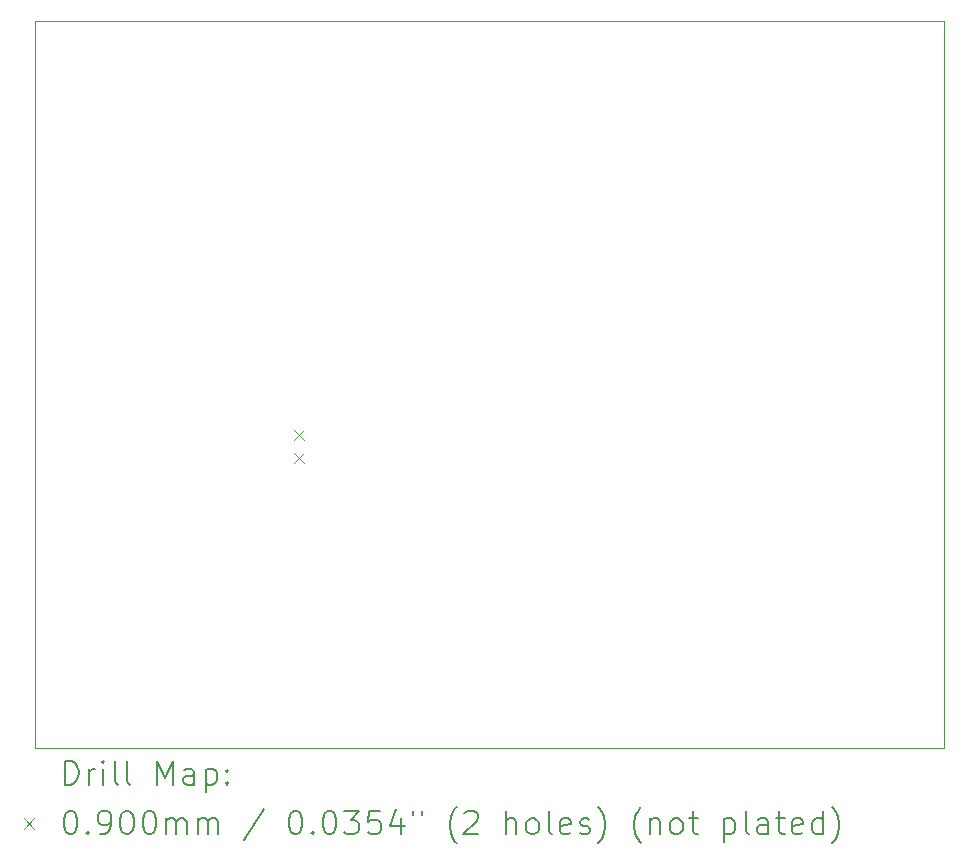
<source format=gbr>
%TF.GenerationSoftware,KiCad,Pcbnew,8.0.8*%
%TF.CreationDate,2025-01-27T11:39:41+01:00*%
%TF.ProjectId,PGE_PCB,5047455f-5043-4422-9e6b-696361645f70,rev?*%
%TF.SameCoordinates,Original*%
%TF.FileFunction,Drillmap*%
%TF.FilePolarity,Positive*%
%FSLAX45Y45*%
G04 Gerber Fmt 4.5, Leading zero omitted, Abs format (unit mm)*
G04 Created by KiCad (PCBNEW 8.0.8) date 2025-01-27 11:39:41*
%MOMM*%
%LPD*%
G01*
G04 APERTURE LIST*
%ADD10C,0.050000*%
%ADD11C,0.200000*%
%ADD12C,0.100000*%
G04 APERTURE END LIST*
D10*
X9100000Y-6300000D02*
X16800000Y-6300000D01*
X16800000Y-12450000D01*
X9100000Y-12450000D01*
X9100000Y-6300000D01*
D11*
D12*
X11295000Y-9760000D02*
X11385000Y-9850000D01*
X11385000Y-9760000D02*
X11295000Y-9850000D01*
X11295000Y-9955000D02*
X11385000Y-10045000D01*
X11385000Y-9955000D02*
X11295000Y-10045000D01*
D11*
X9358277Y-12763984D02*
X9358277Y-12563984D01*
X9358277Y-12563984D02*
X9405896Y-12563984D01*
X9405896Y-12563984D02*
X9434467Y-12573508D01*
X9434467Y-12573508D02*
X9453515Y-12592555D01*
X9453515Y-12592555D02*
X9463039Y-12611603D01*
X9463039Y-12611603D02*
X9472563Y-12649698D01*
X9472563Y-12649698D02*
X9472563Y-12678269D01*
X9472563Y-12678269D02*
X9463039Y-12716365D01*
X9463039Y-12716365D02*
X9453515Y-12735412D01*
X9453515Y-12735412D02*
X9434467Y-12754460D01*
X9434467Y-12754460D02*
X9405896Y-12763984D01*
X9405896Y-12763984D02*
X9358277Y-12763984D01*
X9558277Y-12763984D02*
X9558277Y-12630650D01*
X9558277Y-12668746D02*
X9567801Y-12649698D01*
X9567801Y-12649698D02*
X9577324Y-12640174D01*
X9577324Y-12640174D02*
X9596372Y-12630650D01*
X9596372Y-12630650D02*
X9615420Y-12630650D01*
X9682086Y-12763984D02*
X9682086Y-12630650D01*
X9682086Y-12563984D02*
X9672563Y-12573508D01*
X9672563Y-12573508D02*
X9682086Y-12583031D01*
X9682086Y-12583031D02*
X9691610Y-12573508D01*
X9691610Y-12573508D02*
X9682086Y-12563984D01*
X9682086Y-12563984D02*
X9682086Y-12583031D01*
X9805896Y-12763984D02*
X9786848Y-12754460D01*
X9786848Y-12754460D02*
X9777324Y-12735412D01*
X9777324Y-12735412D02*
X9777324Y-12563984D01*
X9910658Y-12763984D02*
X9891610Y-12754460D01*
X9891610Y-12754460D02*
X9882086Y-12735412D01*
X9882086Y-12735412D02*
X9882086Y-12563984D01*
X10139229Y-12763984D02*
X10139229Y-12563984D01*
X10139229Y-12563984D02*
X10205896Y-12706841D01*
X10205896Y-12706841D02*
X10272563Y-12563984D01*
X10272563Y-12563984D02*
X10272563Y-12763984D01*
X10453515Y-12763984D02*
X10453515Y-12659222D01*
X10453515Y-12659222D02*
X10443991Y-12640174D01*
X10443991Y-12640174D02*
X10424944Y-12630650D01*
X10424944Y-12630650D02*
X10386848Y-12630650D01*
X10386848Y-12630650D02*
X10367801Y-12640174D01*
X10453515Y-12754460D02*
X10434467Y-12763984D01*
X10434467Y-12763984D02*
X10386848Y-12763984D01*
X10386848Y-12763984D02*
X10367801Y-12754460D01*
X10367801Y-12754460D02*
X10358277Y-12735412D01*
X10358277Y-12735412D02*
X10358277Y-12716365D01*
X10358277Y-12716365D02*
X10367801Y-12697317D01*
X10367801Y-12697317D02*
X10386848Y-12687793D01*
X10386848Y-12687793D02*
X10434467Y-12687793D01*
X10434467Y-12687793D02*
X10453515Y-12678269D01*
X10548753Y-12630650D02*
X10548753Y-12830650D01*
X10548753Y-12640174D02*
X10567801Y-12630650D01*
X10567801Y-12630650D02*
X10605896Y-12630650D01*
X10605896Y-12630650D02*
X10624944Y-12640174D01*
X10624944Y-12640174D02*
X10634467Y-12649698D01*
X10634467Y-12649698D02*
X10643991Y-12668746D01*
X10643991Y-12668746D02*
X10643991Y-12725888D01*
X10643991Y-12725888D02*
X10634467Y-12744936D01*
X10634467Y-12744936D02*
X10624944Y-12754460D01*
X10624944Y-12754460D02*
X10605896Y-12763984D01*
X10605896Y-12763984D02*
X10567801Y-12763984D01*
X10567801Y-12763984D02*
X10548753Y-12754460D01*
X10729705Y-12744936D02*
X10739229Y-12754460D01*
X10739229Y-12754460D02*
X10729705Y-12763984D01*
X10729705Y-12763984D02*
X10720182Y-12754460D01*
X10720182Y-12754460D02*
X10729705Y-12744936D01*
X10729705Y-12744936D02*
X10729705Y-12763984D01*
X10729705Y-12640174D02*
X10739229Y-12649698D01*
X10739229Y-12649698D02*
X10729705Y-12659222D01*
X10729705Y-12659222D02*
X10720182Y-12649698D01*
X10720182Y-12649698D02*
X10729705Y-12640174D01*
X10729705Y-12640174D02*
X10729705Y-12659222D01*
D12*
X9007500Y-13047500D02*
X9097500Y-13137500D01*
X9097500Y-13047500D02*
X9007500Y-13137500D01*
D11*
X9396372Y-12983984D02*
X9415420Y-12983984D01*
X9415420Y-12983984D02*
X9434467Y-12993508D01*
X9434467Y-12993508D02*
X9443991Y-13003031D01*
X9443991Y-13003031D02*
X9453515Y-13022079D01*
X9453515Y-13022079D02*
X9463039Y-13060174D01*
X9463039Y-13060174D02*
X9463039Y-13107793D01*
X9463039Y-13107793D02*
X9453515Y-13145888D01*
X9453515Y-13145888D02*
X9443991Y-13164936D01*
X9443991Y-13164936D02*
X9434467Y-13174460D01*
X9434467Y-13174460D02*
X9415420Y-13183984D01*
X9415420Y-13183984D02*
X9396372Y-13183984D01*
X9396372Y-13183984D02*
X9377324Y-13174460D01*
X9377324Y-13174460D02*
X9367801Y-13164936D01*
X9367801Y-13164936D02*
X9358277Y-13145888D01*
X9358277Y-13145888D02*
X9348753Y-13107793D01*
X9348753Y-13107793D02*
X9348753Y-13060174D01*
X9348753Y-13060174D02*
X9358277Y-13022079D01*
X9358277Y-13022079D02*
X9367801Y-13003031D01*
X9367801Y-13003031D02*
X9377324Y-12993508D01*
X9377324Y-12993508D02*
X9396372Y-12983984D01*
X9548753Y-13164936D02*
X9558277Y-13174460D01*
X9558277Y-13174460D02*
X9548753Y-13183984D01*
X9548753Y-13183984D02*
X9539229Y-13174460D01*
X9539229Y-13174460D02*
X9548753Y-13164936D01*
X9548753Y-13164936D02*
X9548753Y-13183984D01*
X9653515Y-13183984D02*
X9691610Y-13183984D01*
X9691610Y-13183984D02*
X9710658Y-13174460D01*
X9710658Y-13174460D02*
X9720182Y-13164936D01*
X9720182Y-13164936D02*
X9739229Y-13136365D01*
X9739229Y-13136365D02*
X9748753Y-13098269D01*
X9748753Y-13098269D02*
X9748753Y-13022079D01*
X9748753Y-13022079D02*
X9739229Y-13003031D01*
X9739229Y-13003031D02*
X9729705Y-12993508D01*
X9729705Y-12993508D02*
X9710658Y-12983984D01*
X9710658Y-12983984D02*
X9672563Y-12983984D01*
X9672563Y-12983984D02*
X9653515Y-12993508D01*
X9653515Y-12993508D02*
X9643991Y-13003031D01*
X9643991Y-13003031D02*
X9634467Y-13022079D01*
X9634467Y-13022079D02*
X9634467Y-13069698D01*
X9634467Y-13069698D02*
X9643991Y-13088746D01*
X9643991Y-13088746D02*
X9653515Y-13098269D01*
X9653515Y-13098269D02*
X9672563Y-13107793D01*
X9672563Y-13107793D02*
X9710658Y-13107793D01*
X9710658Y-13107793D02*
X9729705Y-13098269D01*
X9729705Y-13098269D02*
X9739229Y-13088746D01*
X9739229Y-13088746D02*
X9748753Y-13069698D01*
X9872563Y-12983984D02*
X9891610Y-12983984D01*
X9891610Y-12983984D02*
X9910658Y-12993508D01*
X9910658Y-12993508D02*
X9920182Y-13003031D01*
X9920182Y-13003031D02*
X9929705Y-13022079D01*
X9929705Y-13022079D02*
X9939229Y-13060174D01*
X9939229Y-13060174D02*
X9939229Y-13107793D01*
X9939229Y-13107793D02*
X9929705Y-13145888D01*
X9929705Y-13145888D02*
X9920182Y-13164936D01*
X9920182Y-13164936D02*
X9910658Y-13174460D01*
X9910658Y-13174460D02*
X9891610Y-13183984D01*
X9891610Y-13183984D02*
X9872563Y-13183984D01*
X9872563Y-13183984D02*
X9853515Y-13174460D01*
X9853515Y-13174460D02*
X9843991Y-13164936D01*
X9843991Y-13164936D02*
X9834467Y-13145888D01*
X9834467Y-13145888D02*
X9824944Y-13107793D01*
X9824944Y-13107793D02*
X9824944Y-13060174D01*
X9824944Y-13060174D02*
X9834467Y-13022079D01*
X9834467Y-13022079D02*
X9843991Y-13003031D01*
X9843991Y-13003031D02*
X9853515Y-12993508D01*
X9853515Y-12993508D02*
X9872563Y-12983984D01*
X10063039Y-12983984D02*
X10082086Y-12983984D01*
X10082086Y-12983984D02*
X10101134Y-12993508D01*
X10101134Y-12993508D02*
X10110658Y-13003031D01*
X10110658Y-13003031D02*
X10120182Y-13022079D01*
X10120182Y-13022079D02*
X10129705Y-13060174D01*
X10129705Y-13060174D02*
X10129705Y-13107793D01*
X10129705Y-13107793D02*
X10120182Y-13145888D01*
X10120182Y-13145888D02*
X10110658Y-13164936D01*
X10110658Y-13164936D02*
X10101134Y-13174460D01*
X10101134Y-13174460D02*
X10082086Y-13183984D01*
X10082086Y-13183984D02*
X10063039Y-13183984D01*
X10063039Y-13183984D02*
X10043991Y-13174460D01*
X10043991Y-13174460D02*
X10034467Y-13164936D01*
X10034467Y-13164936D02*
X10024944Y-13145888D01*
X10024944Y-13145888D02*
X10015420Y-13107793D01*
X10015420Y-13107793D02*
X10015420Y-13060174D01*
X10015420Y-13060174D02*
X10024944Y-13022079D01*
X10024944Y-13022079D02*
X10034467Y-13003031D01*
X10034467Y-13003031D02*
X10043991Y-12993508D01*
X10043991Y-12993508D02*
X10063039Y-12983984D01*
X10215420Y-13183984D02*
X10215420Y-13050650D01*
X10215420Y-13069698D02*
X10224944Y-13060174D01*
X10224944Y-13060174D02*
X10243991Y-13050650D01*
X10243991Y-13050650D02*
X10272563Y-13050650D01*
X10272563Y-13050650D02*
X10291610Y-13060174D01*
X10291610Y-13060174D02*
X10301134Y-13079222D01*
X10301134Y-13079222D02*
X10301134Y-13183984D01*
X10301134Y-13079222D02*
X10310658Y-13060174D01*
X10310658Y-13060174D02*
X10329705Y-13050650D01*
X10329705Y-13050650D02*
X10358277Y-13050650D01*
X10358277Y-13050650D02*
X10377325Y-13060174D01*
X10377325Y-13060174D02*
X10386848Y-13079222D01*
X10386848Y-13079222D02*
X10386848Y-13183984D01*
X10482086Y-13183984D02*
X10482086Y-13050650D01*
X10482086Y-13069698D02*
X10491610Y-13060174D01*
X10491610Y-13060174D02*
X10510658Y-13050650D01*
X10510658Y-13050650D02*
X10539229Y-13050650D01*
X10539229Y-13050650D02*
X10558277Y-13060174D01*
X10558277Y-13060174D02*
X10567801Y-13079222D01*
X10567801Y-13079222D02*
X10567801Y-13183984D01*
X10567801Y-13079222D02*
X10577325Y-13060174D01*
X10577325Y-13060174D02*
X10596372Y-13050650D01*
X10596372Y-13050650D02*
X10624944Y-13050650D01*
X10624944Y-13050650D02*
X10643991Y-13060174D01*
X10643991Y-13060174D02*
X10653515Y-13079222D01*
X10653515Y-13079222D02*
X10653515Y-13183984D01*
X11043991Y-12974460D02*
X10872563Y-13231603D01*
X11301134Y-12983984D02*
X11320182Y-12983984D01*
X11320182Y-12983984D02*
X11339229Y-12993508D01*
X11339229Y-12993508D02*
X11348753Y-13003031D01*
X11348753Y-13003031D02*
X11358277Y-13022079D01*
X11358277Y-13022079D02*
X11367801Y-13060174D01*
X11367801Y-13060174D02*
X11367801Y-13107793D01*
X11367801Y-13107793D02*
X11358277Y-13145888D01*
X11358277Y-13145888D02*
X11348753Y-13164936D01*
X11348753Y-13164936D02*
X11339229Y-13174460D01*
X11339229Y-13174460D02*
X11320182Y-13183984D01*
X11320182Y-13183984D02*
X11301134Y-13183984D01*
X11301134Y-13183984D02*
X11282086Y-13174460D01*
X11282086Y-13174460D02*
X11272563Y-13164936D01*
X11272563Y-13164936D02*
X11263039Y-13145888D01*
X11263039Y-13145888D02*
X11253515Y-13107793D01*
X11253515Y-13107793D02*
X11253515Y-13060174D01*
X11253515Y-13060174D02*
X11263039Y-13022079D01*
X11263039Y-13022079D02*
X11272563Y-13003031D01*
X11272563Y-13003031D02*
X11282086Y-12993508D01*
X11282086Y-12993508D02*
X11301134Y-12983984D01*
X11453515Y-13164936D02*
X11463039Y-13174460D01*
X11463039Y-13174460D02*
X11453515Y-13183984D01*
X11453515Y-13183984D02*
X11443991Y-13174460D01*
X11443991Y-13174460D02*
X11453515Y-13164936D01*
X11453515Y-13164936D02*
X11453515Y-13183984D01*
X11586848Y-12983984D02*
X11605896Y-12983984D01*
X11605896Y-12983984D02*
X11624944Y-12993508D01*
X11624944Y-12993508D02*
X11634467Y-13003031D01*
X11634467Y-13003031D02*
X11643991Y-13022079D01*
X11643991Y-13022079D02*
X11653515Y-13060174D01*
X11653515Y-13060174D02*
X11653515Y-13107793D01*
X11653515Y-13107793D02*
X11643991Y-13145888D01*
X11643991Y-13145888D02*
X11634467Y-13164936D01*
X11634467Y-13164936D02*
X11624944Y-13174460D01*
X11624944Y-13174460D02*
X11605896Y-13183984D01*
X11605896Y-13183984D02*
X11586848Y-13183984D01*
X11586848Y-13183984D02*
X11567801Y-13174460D01*
X11567801Y-13174460D02*
X11558277Y-13164936D01*
X11558277Y-13164936D02*
X11548753Y-13145888D01*
X11548753Y-13145888D02*
X11539229Y-13107793D01*
X11539229Y-13107793D02*
X11539229Y-13060174D01*
X11539229Y-13060174D02*
X11548753Y-13022079D01*
X11548753Y-13022079D02*
X11558277Y-13003031D01*
X11558277Y-13003031D02*
X11567801Y-12993508D01*
X11567801Y-12993508D02*
X11586848Y-12983984D01*
X11720182Y-12983984D02*
X11843991Y-12983984D01*
X11843991Y-12983984D02*
X11777325Y-13060174D01*
X11777325Y-13060174D02*
X11805896Y-13060174D01*
X11805896Y-13060174D02*
X11824944Y-13069698D01*
X11824944Y-13069698D02*
X11834467Y-13079222D01*
X11834467Y-13079222D02*
X11843991Y-13098269D01*
X11843991Y-13098269D02*
X11843991Y-13145888D01*
X11843991Y-13145888D02*
X11834467Y-13164936D01*
X11834467Y-13164936D02*
X11824944Y-13174460D01*
X11824944Y-13174460D02*
X11805896Y-13183984D01*
X11805896Y-13183984D02*
X11748753Y-13183984D01*
X11748753Y-13183984D02*
X11729706Y-13174460D01*
X11729706Y-13174460D02*
X11720182Y-13164936D01*
X12024944Y-12983984D02*
X11929706Y-12983984D01*
X11929706Y-12983984D02*
X11920182Y-13079222D01*
X11920182Y-13079222D02*
X11929706Y-13069698D01*
X11929706Y-13069698D02*
X11948753Y-13060174D01*
X11948753Y-13060174D02*
X11996372Y-13060174D01*
X11996372Y-13060174D02*
X12015420Y-13069698D01*
X12015420Y-13069698D02*
X12024944Y-13079222D01*
X12024944Y-13079222D02*
X12034467Y-13098269D01*
X12034467Y-13098269D02*
X12034467Y-13145888D01*
X12034467Y-13145888D02*
X12024944Y-13164936D01*
X12024944Y-13164936D02*
X12015420Y-13174460D01*
X12015420Y-13174460D02*
X11996372Y-13183984D01*
X11996372Y-13183984D02*
X11948753Y-13183984D01*
X11948753Y-13183984D02*
X11929706Y-13174460D01*
X11929706Y-13174460D02*
X11920182Y-13164936D01*
X12205896Y-13050650D02*
X12205896Y-13183984D01*
X12158277Y-12974460D02*
X12110658Y-13117317D01*
X12110658Y-13117317D02*
X12234467Y-13117317D01*
X12301134Y-12983984D02*
X12301134Y-13022079D01*
X12377325Y-12983984D02*
X12377325Y-13022079D01*
X12672563Y-13260174D02*
X12663039Y-13250650D01*
X12663039Y-13250650D02*
X12643991Y-13222079D01*
X12643991Y-13222079D02*
X12634468Y-13203031D01*
X12634468Y-13203031D02*
X12624944Y-13174460D01*
X12624944Y-13174460D02*
X12615420Y-13126841D01*
X12615420Y-13126841D02*
X12615420Y-13088746D01*
X12615420Y-13088746D02*
X12624944Y-13041127D01*
X12624944Y-13041127D02*
X12634468Y-13012555D01*
X12634468Y-13012555D02*
X12643991Y-12993508D01*
X12643991Y-12993508D02*
X12663039Y-12964936D01*
X12663039Y-12964936D02*
X12672563Y-12955412D01*
X12739229Y-13003031D02*
X12748753Y-12993508D01*
X12748753Y-12993508D02*
X12767801Y-12983984D01*
X12767801Y-12983984D02*
X12815420Y-12983984D01*
X12815420Y-12983984D02*
X12834468Y-12993508D01*
X12834468Y-12993508D02*
X12843991Y-13003031D01*
X12843991Y-13003031D02*
X12853515Y-13022079D01*
X12853515Y-13022079D02*
X12853515Y-13041127D01*
X12853515Y-13041127D02*
X12843991Y-13069698D01*
X12843991Y-13069698D02*
X12729706Y-13183984D01*
X12729706Y-13183984D02*
X12853515Y-13183984D01*
X13091610Y-13183984D02*
X13091610Y-12983984D01*
X13177325Y-13183984D02*
X13177325Y-13079222D01*
X13177325Y-13079222D02*
X13167801Y-13060174D01*
X13167801Y-13060174D02*
X13148753Y-13050650D01*
X13148753Y-13050650D02*
X13120182Y-13050650D01*
X13120182Y-13050650D02*
X13101134Y-13060174D01*
X13101134Y-13060174D02*
X13091610Y-13069698D01*
X13301134Y-13183984D02*
X13282087Y-13174460D01*
X13282087Y-13174460D02*
X13272563Y-13164936D01*
X13272563Y-13164936D02*
X13263039Y-13145888D01*
X13263039Y-13145888D02*
X13263039Y-13088746D01*
X13263039Y-13088746D02*
X13272563Y-13069698D01*
X13272563Y-13069698D02*
X13282087Y-13060174D01*
X13282087Y-13060174D02*
X13301134Y-13050650D01*
X13301134Y-13050650D02*
X13329706Y-13050650D01*
X13329706Y-13050650D02*
X13348753Y-13060174D01*
X13348753Y-13060174D02*
X13358277Y-13069698D01*
X13358277Y-13069698D02*
X13367801Y-13088746D01*
X13367801Y-13088746D02*
X13367801Y-13145888D01*
X13367801Y-13145888D02*
X13358277Y-13164936D01*
X13358277Y-13164936D02*
X13348753Y-13174460D01*
X13348753Y-13174460D02*
X13329706Y-13183984D01*
X13329706Y-13183984D02*
X13301134Y-13183984D01*
X13482087Y-13183984D02*
X13463039Y-13174460D01*
X13463039Y-13174460D02*
X13453515Y-13155412D01*
X13453515Y-13155412D02*
X13453515Y-12983984D01*
X13634468Y-13174460D02*
X13615420Y-13183984D01*
X13615420Y-13183984D02*
X13577325Y-13183984D01*
X13577325Y-13183984D02*
X13558277Y-13174460D01*
X13558277Y-13174460D02*
X13548753Y-13155412D01*
X13548753Y-13155412D02*
X13548753Y-13079222D01*
X13548753Y-13079222D02*
X13558277Y-13060174D01*
X13558277Y-13060174D02*
X13577325Y-13050650D01*
X13577325Y-13050650D02*
X13615420Y-13050650D01*
X13615420Y-13050650D02*
X13634468Y-13060174D01*
X13634468Y-13060174D02*
X13643991Y-13079222D01*
X13643991Y-13079222D02*
X13643991Y-13098269D01*
X13643991Y-13098269D02*
X13548753Y-13117317D01*
X13720182Y-13174460D02*
X13739230Y-13183984D01*
X13739230Y-13183984D02*
X13777325Y-13183984D01*
X13777325Y-13183984D02*
X13796372Y-13174460D01*
X13796372Y-13174460D02*
X13805896Y-13155412D01*
X13805896Y-13155412D02*
X13805896Y-13145888D01*
X13805896Y-13145888D02*
X13796372Y-13126841D01*
X13796372Y-13126841D02*
X13777325Y-13117317D01*
X13777325Y-13117317D02*
X13748753Y-13117317D01*
X13748753Y-13117317D02*
X13729706Y-13107793D01*
X13729706Y-13107793D02*
X13720182Y-13088746D01*
X13720182Y-13088746D02*
X13720182Y-13079222D01*
X13720182Y-13079222D02*
X13729706Y-13060174D01*
X13729706Y-13060174D02*
X13748753Y-13050650D01*
X13748753Y-13050650D02*
X13777325Y-13050650D01*
X13777325Y-13050650D02*
X13796372Y-13060174D01*
X13872563Y-13260174D02*
X13882087Y-13250650D01*
X13882087Y-13250650D02*
X13901134Y-13222079D01*
X13901134Y-13222079D02*
X13910658Y-13203031D01*
X13910658Y-13203031D02*
X13920182Y-13174460D01*
X13920182Y-13174460D02*
X13929706Y-13126841D01*
X13929706Y-13126841D02*
X13929706Y-13088746D01*
X13929706Y-13088746D02*
X13920182Y-13041127D01*
X13920182Y-13041127D02*
X13910658Y-13012555D01*
X13910658Y-13012555D02*
X13901134Y-12993508D01*
X13901134Y-12993508D02*
X13882087Y-12964936D01*
X13882087Y-12964936D02*
X13872563Y-12955412D01*
X14234468Y-13260174D02*
X14224944Y-13250650D01*
X14224944Y-13250650D02*
X14205896Y-13222079D01*
X14205896Y-13222079D02*
X14196372Y-13203031D01*
X14196372Y-13203031D02*
X14186849Y-13174460D01*
X14186849Y-13174460D02*
X14177325Y-13126841D01*
X14177325Y-13126841D02*
X14177325Y-13088746D01*
X14177325Y-13088746D02*
X14186849Y-13041127D01*
X14186849Y-13041127D02*
X14196372Y-13012555D01*
X14196372Y-13012555D02*
X14205896Y-12993508D01*
X14205896Y-12993508D02*
X14224944Y-12964936D01*
X14224944Y-12964936D02*
X14234468Y-12955412D01*
X14310658Y-13050650D02*
X14310658Y-13183984D01*
X14310658Y-13069698D02*
X14320182Y-13060174D01*
X14320182Y-13060174D02*
X14339230Y-13050650D01*
X14339230Y-13050650D02*
X14367801Y-13050650D01*
X14367801Y-13050650D02*
X14386849Y-13060174D01*
X14386849Y-13060174D02*
X14396372Y-13079222D01*
X14396372Y-13079222D02*
X14396372Y-13183984D01*
X14520182Y-13183984D02*
X14501134Y-13174460D01*
X14501134Y-13174460D02*
X14491611Y-13164936D01*
X14491611Y-13164936D02*
X14482087Y-13145888D01*
X14482087Y-13145888D02*
X14482087Y-13088746D01*
X14482087Y-13088746D02*
X14491611Y-13069698D01*
X14491611Y-13069698D02*
X14501134Y-13060174D01*
X14501134Y-13060174D02*
X14520182Y-13050650D01*
X14520182Y-13050650D02*
X14548753Y-13050650D01*
X14548753Y-13050650D02*
X14567801Y-13060174D01*
X14567801Y-13060174D02*
X14577325Y-13069698D01*
X14577325Y-13069698D02*
X14586849Y-13088746D01*
X14586849Y-13088746D02*
X14586849Y-13145888D01*
X14586849Y-13145888D02*
X14577325Y-13164936D01*
X14577325Y-13164936D02*
X14567801Y-13174460D01*
X14567801Y-13174460D02*
X14548753Y-13183984D01*
X14548753Y-13183984D02*
X14520182Y-13183984D01*
X14643992Y-13050650D02*
X14720182Y-13050650D01*
X14672563Y-12983984D02*
X14672563Y-13155412D01*
X14672563Y-13155412D02*
X14682087Y-13174460D01*
X14682087Y-13174460D02*
X14701134Y-13183984D01*
X14701134Y-13183984D02*
X14720182Y-13183984D01*
X14939230Y-13050650D02*
X14939230Y-13250650D01*
X14939230Y-13060174D02*
X14958277Y-13050650D01*
X14958277Y-13050650D02*
X14996373Y-13050650D01*
X14996373Y-13050650D02*
X15015420Y-13060174D01*
X15015420Y-13060174D02*
X15024944Y-13069698D01*
X15024944Y-13069698D02*
X15034468Y-13088746D01*
X15034468Y-13088746D02*
X15034468Y-13145888D01*
X15034468Y-13145888D02*
X15024944Y-13164936D01*
X15024944Y-13164936D02*
X15015420Y-13174460D01*
X15015420Y-13174460D02*
X14996373Y-13183984D01*
X14996373Y-13183984D02*
X14958277Y-13183984D01*
X14958277Y-13183984D02*
X14939230Y-13174460D01*
X15148753Y-13183984D02*
X15129706Y-13174460D01*
X15129706Y-13174460D02*
X15120182Y-13155412D01*
X15120182Y-13155412D02*
X15120182Y-12983984D01*
X15310658Y-13183984D02*
X15310658Y-13079222D01*
X15310658Y-13079222D02*
X15301134Y-13060174D01*
X15301134Y-13060174D02*
X15282087Y-13050650D01*
X15282087Y-13050650D02*
X15243992Y-13050650D01*
X15243992Y-13050650D02*
X15224944Y-13060174D01*
X15310658Y-13174460D02*
X15291611Y-13183984D01*
X15291611Y-13183984D02*
X15243992Y-13183984D01*
X15243992Y-13183984D02*
X15224944Y-13174460D01*
X15224944Y-13174460D02*
X15215420Y-13155412D01*
X15215420Y-13155412D02*
X15215420Y-13136365D01*
X15215420Y-13136365D02*
X15224944Y-13117317D01*
X15224944Y-13117317D02*
X15243992Y-13107793D01*
X15243992Y-13107793D02*
X15291611Y-13107793D01*
X15291611Y-13107793D02*
X15310658Y-13098269D01*
X15377325Y-13050650D02*
X15453515Y-13050650D01*
X15405896Y-12983984D02*
X15405896Y-13155412D01*
X15405896Y-13155412D02*
X15415420Y-13174460D01*
X15415420Y-13174460D02*
X15434468Y-13183984D01*
X15434468Y-13183984D02*
X15453515Y-13183984D01*
X15596373Y-13174460D02*
X15577325Y-13183984D01*
X15577325Y-13183984D02*
X15539230Y-13183984D01*
X15539230Y-13183984D02*
X15520182Y-13174460D01*
X15520182Y-13174460D02*
X15510658Y-13155412D01*
X15510658Y-13155412D02*
X15510658Y-13079222D01*
X15510658Y-13079222D02*
X15520182Y-13060174D01*
X15520182Y-13060174D02*
X15539230Y-13050650D01*
X15539230Y-13050650D02*
X15577325Y-13050650D01*
X15577325Y-13050650D02*
X15596373Y-13060174D01*
X15596373Y-13060174D02*
X15605896Y-13079222D01*
X15605896Y-13079222D02*
X15605896Y-13098269D01*
X15605896Y-13098269D02*
X15510658Y-13117317D01*
X15777325Y-13183984D02*
X15777325Y-12983984D01*
X15777325Y-13174460D02*
X15758277Y-13183984D01*
X15758277Y-13183984D02*
X15720182Y-13183984D01*
X15720182Y-13183984D02*
X15701134Y-13174460D01*
X15701134Y-13174460D02*
X15691611Y-13164936D01*
X15691611Y-13164936D02*
X15682087Y-13145888D01*
X15682087Y-13145888D02*
X15682087Y-13088746D01*
X15682087Y-13088746D02*
X15691611Y-13069698D01*
X15691611Y-13069698D02*
X15701134Y-13060174D01*
X15701134Y-13060174D02*
X15720182Y-13050650D01*
X15720182Y-13050650D02*
X15758277Y-13050650D01*
X15758277Y-13050650D02*
X15777325Y-13060174D01*
X15853515Y-13260174D02*
X15863039Y-13250650D01*
X15863039Y-13250650D02*
X15882087Y-13222079D01*
X15882087Y-13222079D02*
X15891611Y-13203031D01*
X15891611Y-13203031D02*
X15901134Y-13174460D01*
X15901134Y-13174460D02*
X15910658Y-13126841D01*
X15910658Y-13126841D02*
X15910658Y-13088746D01*
X15910658Y-13088746D02*
X15901134Y-13041127D01*
X15901134Y-13041127D02*
X15891611Y-13012555D01*
X15891611Y-13012555D02*
X15882087Y-12993508D01*
X15882087Y-12993508D02*
X15863039Y-12964936D01*
X15863039Y-12964936D02*
X15853515Y-12955412D01*
M02*

</source>
